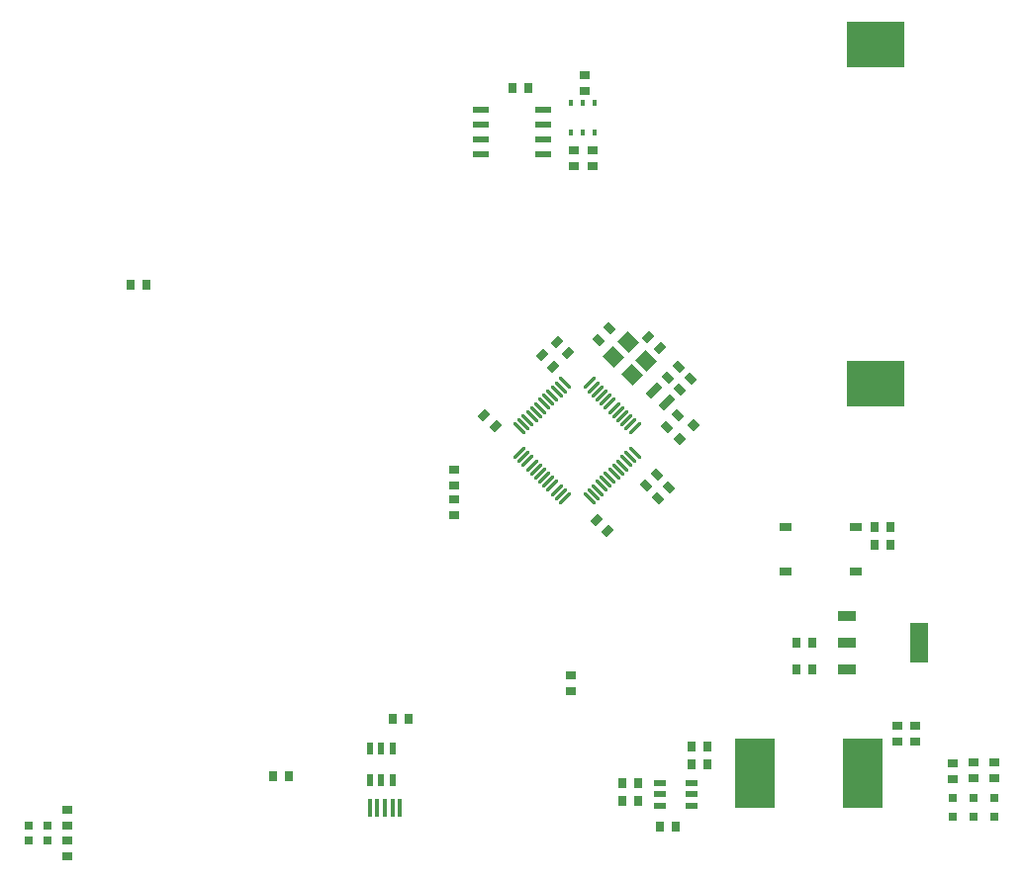
<source format=gtp>
G04*
G04 #@! TF.GenerationSoftware,Altium Limited,Altium Designer,19.0.15 (446)*
G04*
G04 Layer_Color=8421504*
%FSLAX25Y25*%
%MOIN*%
G70*
G01*
G75*
%ADD18R,0.01575X0.06299*%
%ADD19R,0.03740X0.02756*%
%ADD20R,0.06299X0.13386*%
%ADD21R,0.06299X0.03347*%
%ADD22R,0.05512X0.02362*%
%ADD23R,0.01575X0.02362*%
G04:AMPARAMS|DCode=24|XSize=27.56mil|YSize=37.4mil|CornerRadius=0mil|HoleSize=0mil|Usage=FLASHONLY|Rotation=315.000|XOffset=0mil|YOffset=0mil|HoleType=Round|Shape=Rectangle|*
%AMROTATEDRECTD24*
4,1,4,-0.02297,-0.00348,0.00348,0.02297,0.02297,0.00348,-0.00348,-0.02297,-0.02297,-0.00348,0.0*
%
%ADD24ROTATEDRECTD24*%

G04:AMPARAMS|DCode=25|XSize=27.56mil|YSize=37.4mil|CornerRadius=0mil|HoleSize=0mil|Usage=FLASHONLY|Rotation=225.000|XOffset=0mil|YOffset=0mil|HoleType=Round|Shape=Rectangle|*
%AMROTATEDRECTD25*
4,1,4,-0.00348,0.02297,0.02297,-0.00348,0.00348,-0.02297,-0.02297,0.00348,-0.00348,0.02297,0.0*
%
%ADD25ROTATEDRECTD25*%

G04:AMPARAMS|DCode=26|XSize=27.56mil|YSize=55.12mil|CornerRadius=0mil|HoleSize=0mil|Usage=FLASHONLY|Rotation=315.000|XOffset=0mil|YOffset=0mil|HoleType=Round|Shape=Rectangle|*
%AMROTATEDRECTD26*
4,1,4,-0.02923,-0.00974,0.00974,0.02923,0.02923,0.00974,-0.00974,-0.02923,-0.02923,-0.00974,0.0*
%
%ADD26ROTATEDRECTD26*%

G04:AMPARAMS|DCode=27|XSize=55.12mil|YSize=47.24mil|CornerRadius=0mil|HoleSize=0mil|Usage=FLASHONLY|Rotation=315.000|XOffset=0mil|YOffset=0mil|HoleType=Round|Shape=Rectangle|*
%AMROTATEDRECTD27*
4,1,4,-0.03619,0.00278,-0.00278,0.03619,0.03619,-0.00278,0.00278,-0.03619,-0.03619,0.00278,0.0*
%
%ADD27ROTATEDRECTD27*%

%ADD28P,0.04454X4X90.0*%
G04:AMPARAMS|DCode=29|XSize=11.81mil|YSize=57.09mil|CornerRadius=0mil|HoleSize=0mil|Usage=FLASHONLY|Rotation=315.000|XOffset=0mil|YOffset=0mil|HoleType=Round|Shape=Round|*
%AMOVALD29*
21,1,0.04528,0.01181,0.00000,0.00000,45.0*
1,1,0.01181,-0.01601,-0.01601*
1,1,0.01181,0.01601,0.01601*
%
%ADD29OVALD29*%

G04:AMPARAMS|DCode=30|XSize=11.81mil|YSize=57.09mil|CornerRadius=0mil|HoleSize=0mil|Usage=FLASHONLY|Rotation=225.000|XOffset=0mil|YOffset=0mil|HoleType=Round|Shape=Round|*
%AMOVALD30*
21,1,0.04528,0.01181,0.00000,0.00000,315.0*
1,1,0.01181,-0.01601,0.01601*
1,1,0.01181,0.01601,-0.01601*
%
%ADD30OVALD30*%

%ADD31R,0.02756X0.03740*%
%ADD32R,0.03150X0.03150*%
%ADD33R,0.04331X0.02362*%
%ADD34R,0.03150X0.03150*%
%ADD35R,0.02362X0.04331*%
%ADD36R,0.19685X0.15748*%
%ADD37R,0.03937X0.02953*%
%ADD38R,0.13780X0.23622*%
D18*
X141142Y21874D02*
D03*
X130905D02*
D03*
X133465D02*
D03*
X136024D02*
D03*
X138583D02*
D03*
D19*
X198787Y61354D02*
D03*
Y66669D02*
D03*
X159300Y130688D02*
D03*
Y136003D02*
D03*
Y120485D02*
D03*
Y125800D02*
D03*
X203400Y268915D02*
D03*
Y263600D02*
D03*
X199665Y243684D02*
D03*
Y238369D02*
D03*
X206037D02*
D03*
Y243684D02*
D03*
X341287Y31791D02*
D03*
Y37106D02*
D03*
X327287Y31476D02*
D03*
Y36791D02*
D03*
X334287Y31791D02*
D03*
Y37106D02*
D03*
X308787Y49669D02*
D03*
Y44354D02*
D03*
X29000Y16000D02*
D03*
Y21315D02*
D03*
Y11000D02*
D03*
Y5685D02*
D03*
X314787Y49669D02*
D03*
Y44354D02*
D03*
D20*
X316000Y77669D02*
D03*
D21*
X291787Y86724D02*
D03*
Y77669D02*
D03*
Y68614D02*
D03*
D22*
X189332Y242200D02*
D03*
Y247200D02*
D03*
Y252200D02*
D03*
Y257200D02*
D03*
X168466Y242200D02*
D03*
Y247200D02*
D03*
Y252200D02*
D03*
Y257200D02*
D03*
D23*
X206637Y259442D02*
D03*
X202700D02*
D03*
X198763D02*
D03*
X206637Y249600D02*
D03*
X202700D02*
D03*
X198763D02*
D03*
D24*
X224787Y180669D02*
D03*
X228546Y176911D02*
D03*
X192787Y170669D02*
D03*
X189029Y174427D02*
D03*
X194029Y178831D02*
D03*
X197787Y175072D02*
D03*
X173258Y150462D02*
D03*
X169500Y154220D02*
D03*
X210958Y115142D02*
D03*
X207200Y118900D02*
D03*
D25*
X231287Y166969D02*
D03*
X235046Y170728D02*
D03*
X239021Y166552D02*
D03*
X235263Y162794D02*
D03*
X211751Y183428D02*
D03*
X207993Y179669D02*
D03*
X231087Y150369D02*
D03*
X234846Y154128D02*
D03*
X224029Y130475D02*
D03*
X227787Y134234D02*
D03*
X228029Y126300D02*
D03*
X231787Y130058D02*
D03*
D26*
X226787Y162669D02*
D03*
X230963Y158493D02*
D03*
D27*
X213172Y174061D02*
D03*
X219297Y167937D02*
D03*
X224029Y172669D02*
D03*
X217905Y178794D02*
D03*
D28*
X235433Y146315D02*
D03*
X239887Y150769D02*
D03*
D29*
X214637Y155343D02*
D03*
X216029Y153951D02*
D03*
X220205Y149776D02*
D03*
X217421Y152559D02*
D03*
X218813Y151168D02*
D03*
X207678Y162303D02*
D03*
X209069Y160911D02*
D03*
X204894Y165087D02*
D03*
X206286Y163695D02*
D03*
X211853Y158127D02*
D03*
X213245Y156735D02*
D03*
X210461Y159519D02*
D03*
X191113Y131819D02*
D03*
X195289Y127644D02*
D03*
X196681Y126252D02*
D03*
X192505Y130428D02*
D03*
X193897Y129036D02*
D03*
X184154Y138779D02*
D03*
X185546Y137387D02*
D03*
X181370Y141563D02*
D03*
X182762Y140171D02*
D03*
X188330Y134603D02*
D03*
X189722Y133211D02*
D03*
X186938Y135995D02*
D03*
D30*
X220205Y141563D02*
D03*
X218813Y140171D02*
D03*
X217421Y138779D02*
D03*
X216029Y137387D02*
D03*
X214637Y135995D02*
D03*
X213245Y134603D02*
D03*
X211853Y133211D02*
D03*
X210461Y131819D02*
D03*
X209069Y130428D02*
D03*
X207678Y129036D02*
D03*
X206286Y127644D02*
D03*
X204894Y126252D02*
D03*
X196681Y165087D02*
D03*
X195289Y163695D02*
D03*
X193897Y162303D02*
D03*
X192505Y160911D02*
D03*
X191113Y159519D02*
D03*
X189722Y158127D02*
D03*
X188330Y156735D02*
D03*
X186938Y155343D02*
D03*
X185546Y153951D02*
D03*
X184154Y152559D02*
D03*
X182762Y151168D02*
D03*
X181370Y149776D02*
D03*
D31*
X306300Y116500D02*
D03*
X300985D02*
D03*
X306402Y110408D02*
D03*
X301087D02*
D03*
X274787Y77724D02*
D03*
X280102D02*
D03*
X274787Y68614D02*
D03*
X280102D02*
D03*
X239213Y42669D02*
D03*
X244528D02*
D03*
Y36669D02*
D03*
X239213D02*
D03*
X228583Y15669D02*
D03*
X233898D02*
D03*
X216150Y30150D02*
D03*
X221465D02*
D03*
X144000Y52000D02*
D03*
X138685D02*
D03*
X184200Y264600D02*
D03*
X178885D02*
D03*
X216150Y24150D02*
D03*
X221465D02*
D03*
X98400Y32600D02*
D03*
X103715D02*
D03*
X50500Y198100D02*
D03*
X55815D02*
D03*
D32*
X334287Y25091D02*
D03*
Y18791D02*
D03*
X341287D02*
D03*
Y25091D02*
D03*
X327287Y18791D02*
D03*
Y25091D02*
D03*
D33*
X228583Y22669D02*
D03*
Y26409D02*
D03*
Y30150D02*
D03*
X239213D02*
D03*
Y26409D02*
D03*
Y22669D02*
D03*
D34*
X16150Y16000D02*
D03*
X22449D02*
D03*
Y11000D02*
D03*
X16150D02*
D03*
D35*
X131047Y41984D02*
D03*
X134787D02*
D03*
X138528D02*
D03*
Y31354D02*
D03*
X134787D02*
D03*
X131047D02*
D03*
D36*
X301500Y165027D02*
D03*
Y279200D02*
D03*
D37*
X294787Y116433D02*
D03*
X271165D02*
D03*
Y101669D02*
D03*
X294787D02*
D03*
D38*
X297008Y33669D02*
D03*
X260787D02*
D03*
M02*

</source>
